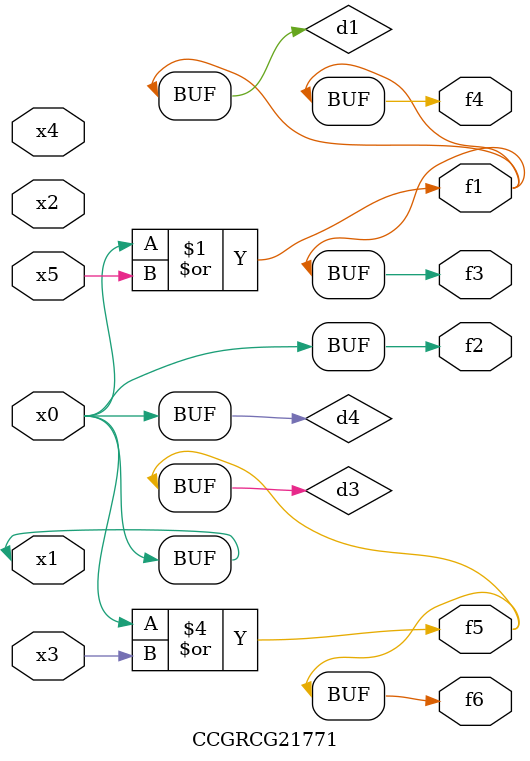
<source format=v>
module CCGRCG21771(
	input x0, x1, x2, x3, x4, x5,
	output f1, f2, f3, f4, f5, f6
);

	wire d1, d2, d3, d4;

	or (d1, x0, x5);
	xnor (d2, x1, x4);
	or (d3, x0, x3);
	buf (d4, x0, x1);
	assign f1 = d1;
	assign f2 = d4;
	assign f3 = d1;
	assign f4 = d1;
	assign f5 = d3;
	assign f6 = d3;
endmodule

</source>
